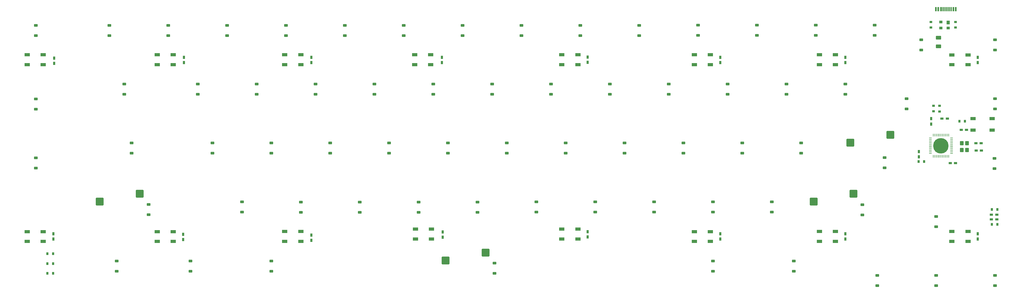
<source format=gbr>
%TF.GenerationSoftware,KiCad,Pcbnew,9.0.2*%
%TF.CreationDate,2025-09-10T16:53:27+09:00*%
%TF.ProjectId,CL70_PCB,434c3730-5f50-4434-922e-6b696361645f,rev?*%
%TF.SameCoordinates,Original*%
%TF.FileFunction,Paste,Bot*%
%TF.FilePolarity,Positive*%
%FSLAX46Y46*%
G04 Gerber Fmt 4.6, Leading zero omitted, Abs format (unit mm)*
G04 Created by KiCad (PCBNEW 9.0.2) date 2025-09-10 16:53:27*
%MOMM*%
%LPD*%
G01*
G04 APERTURE LIST*
G04 Aperture macros list*
%AMRoundRect*
0 Rectangle with rounded corners*
0 $1 Rounding radius*
0 $2 $3 $4 $5 $6 $7 $8 $9 X,Y pos of 4 corners*
0 Add a 4 corners polygon primitive as box body*
4,1,4,$2,$3,$4,$5,$6,$7,$8,$9,$2,$3,0*
0 Add four circle primitives for the rounded corners*
1,1,$1+$1,$2,$3*
1,1,$1+$1,$4,$5*
1,1,$1+$1,$6,$7*
1,1,$1+$1,$8,$9*
0 Add four rect primitives between the rounded corners*
20,1,$1+$1,$2,$3,$4,$5,0*
20,1,$1+$1,$4,$5,$6,$7,0*
20,1,$1+$1,$6,$7,$8,$9,0*
20,1,$1+$1,$8,$9,$2,$3,0*%
G04 Aperture macros list end*
%ADD10RoundRect,0.250000X-1.025000X-1.000000X1.025000X-1.000000X1.025000X1.000000X-1.025000X1.000000X0*%
%ADD11R,1.000000X0.750000*%
%ADD12R,1.800000X1.000000*%
%ADD13RoundRect,0.225000X0.375000X-0.225000X0.375000X0.225000X-0.375000X0.225000X-0.375000X-0.225000X0*%
%ADD14R,0.750000X1.000000*%
%ADD15R,0.900000X0.800000*%
%ADD16R,1.000000X1.200000*%
%ADD17R,1.000000X0.900000*%
%ADD18R,1.800000X1.100000*%
%ADD19R,0.800000X0.900000*%
%ADD20RoundRect,0.250000X0.350000X-0.450000X0.350000X0.450000X-0.350000X0.450000X-0.350000X-0.450000X0*%
%ADD21R,0.600000X1.450000*%
%ADD22R,0.300000X1.450000*%
%ADD23C,5.000000*%
%ADD24O,0.250000X1.000000*%
%ADD25O,1.000000X0.250000*%
%ADD26RoundRect,0.250000X0.625000X-0.375000X0.625000X0.375000X-0.625000X0.375000X-0.625000X-0.375000X0*%
G04 APERTURE END LIST*
D10*
%TO.C,S64*%
X188177500Y-184785000D03*
X201104500Y-182245000D03*
%TD*%
%TO.C,S47*%
X319146250Y-146685000D03*
X332073250Y-144145000D03*
%TD*%
%TO.C,S59*%
X307240000Y-165735000D03*
X320167000Y-163195000D03*
%TD*%
%TO.C,S48*%
X76258750Y-165735000D03*
X89185750Y-163195000D03*
%TD*%
D11*
%TO.C,C6*%
X353200000Y-153250000D03*
X351500000Y-153250000D03*
%TD*%
D12*
%TO.C,RGB7*%
X94812500Y-121443750D03*
X94812500Y-118243750D03*
X100012500Y-118243750D03*
X100012500Y-121443750D03*
%TD*%
D13*
%TO.C,D8*%
X193675000Y-112043750D03*
X193675000Y-108743750D03*
%TD*%
D12*
%TO.C,RGB16*%
X357187500Y-175337500D03*
X357187500Y-178537500D03*
X351987500Y-178537500D03*
X351987500Y-175337500D03*
%TD*%
%TO.C,RGB14*%
X273843750Y-175418750D03*
X273843750Y-178618750D03*
X268643750Y-178618750D03*
X268643750Y-175418750D03*
%TD*%
D14*
%TO.C,CRGB14*%
X277018750Y-176100000D03*
X277018750Y-177800000D03*
%TD*%
D13*
%TO.C,D58*%
X293687500Y-169068750D03*
X293687500Y-165768750D03*
%TD*%
%TO.C,D49*%
X122237500Y-169068750D03*
X122237500Y-165768750D03*
%TD*%
%TO.C,D60*%
X346868750Y-173831250D03*
X346868750Y-170531250D03*
%TD*%
D11*
%TO.C,C1*%
X350500000Y-138906250D03*
X348800000Y-138906250D03*
%TD*%
D13*
%TO.C,D55*%
X236537500Y-169068750D03*
X236537500Y-165768750D03*
%TD*%
%TO.C,D70*%
X365750000Y-155050000D03*
X365750000Y-151750000D03*
%TD*%
D12*
%TO.C,RGB6*%
X136087500Y-121443750D03*
X136087500Y-118243750D03*
X141287500Y-118243750D03*
X141287500Y-121443750D03*
%TD*%
D13*
%TO.C,D57*%
X274637500Y-169068750D03*
X274637500Y-165768750D03*
%TD*%
%TO.C,D14*%
X307975000Y-111981250D03*
X307975000Y-108681250D03*
%TD*%
%TO.C,D7*%
X174625000Y-112043750D03*
X174625000Y-108743750D03*
%TD*%
D11*
%TO.C,C9*%
X364800000Y-169900000D03*
X366500000Y-169900000D03*
%TD*%
D12*
%TO.C,RGB8*%
X52750000Y-121450000D03*
X52750000Y-118250000D03*
X57950000Y-118250000D03*
X57950000Y-121450000D03*
%TD*%
D13*
%TO.C,D47*%
X330200000Y-154781250D03*
X330200000Y-151481250D03*
%TD*%
%TO.C,D4*%
X117475000Y-112043750D03*
X117475000Y-108743750D03*
%TD*%
D14*
%TO.C,CRGB15*%
X317500000Y-176100000D03*
X317500000Y-177800000D03*
%TD*%
D15*
%TO.C,RC1*%
X346075000Y-136525000D03*
X346075000Y-134725000D03*
%TD*%
D14*
%TO.C,CRGB2*%
X317500000Y-120762500D03*
X317500000Y-119062500D03*
%TD*%
D13*
%TO.C,D27*%
X241300000Y-130968750D03*
X241300000Y-127668750D03*
%TD*%
%TO.C,D26*%
X222250000Y-130968750D03*
X222250000Y-127668750D03*
%TD*%
D15*
%TO.C,RC2*%
X348000000Y-134750000D03*
X348000000Y-136550000D03*
%TD*%
D13*
%TO.C,D20*%
X107950000Y-130968750D03*
X107950000Y-127668750D03*
%TD*%
D16*
%TO.C,U2*%
X350756250Y-107837500D03*
D17*
X350756250Y-109537500D03*
X348456250Y-109537500D03*
X348456250Y-107637500D03*
%TD*%
D11*
%TO.C,C8*%
X366500000Y-171500000D03*
X364800000Y-171500000D03*
%TD*%
D14*
%TO.C,CRGB9*%
X61250000Y-176100000D03*
X61250000Y-177800000D03*
%TD*%
%TO.C,CRGB11*%
X144750000Y-176550000D03*
X144750000Y-178250000D03*
%TD*%
D13*
%TO.C,D5*%
X136525000Y-112043750D03*
X136525000Y-108743750D03*
%TD*%
D14*
%TO.C,CRGB16*%
X360362500Y-176100000D03*
X360362500Y-177800000D03*
%TD*%
D13*
%TO.C,D37*%
X131762500Y-150018750D03*
X131762500Y-146718750D03*
%TD*%
%TO.C,D51*%
X160337500Y-169193750D03*
X160337500Y-165893750D03*
%TD*%
D14*
%TO.C,C4*%
X345281250Y-138906250D03*
X345281250Y-140606250D03*
%TD*%
D13*
%TO.C,D6*%
X155575000Y-112043750D03*
X155575000Y-108743750D03*
%TD*%
%TO.C,D62*%
X105568750Y-188243750D03*
X105568750Y-184943750D03*
%TD*%
%TO.C,D18*%
X55562500Y-135856250D03*
X55562500Y-132556250D03*
%TD*%
D12*
%TO.C,RGB13*%
X230981250Y-174600000D03*
X230981250Y-177800000D03*
X225781250Y-177800000D03*
X225781250Y-174600000D03*
%TD*%
D11*
%TO.C,C3*%
X359800000Y-146843750D03*
X361500000Y-146843750D03*
%TD*%
D13*
%TO.C,D13*%
X288925000Y-111981250D03*
X288925000Y-108681250D03*
%TD*%
D14*
%TO.C,CRGB4*%
X234156250Y-120650000D03*
X234156250Y-118950000D03*
%TD*%
D18*
%TO.C,SW1*%
X365050000Y-138906250D03*
X358850000Y-142606250D03*
X365050000Y-142606250D03*
X358850000Y-138906250D03*
%TD*%
D13*
%TO.C,D50*%
X141287500Y-169193750D03*
X141287500Y-165893750D03*
%TD*%
%TO.C,D43*%
X246062500Y-150081250D03*
X246062500Y-146781250D03*
%TD*%
%TO.C,D59*%
X323056250Y-169987500D03*
X323056250Y-166687500D03*
%TD*%
D11*
%TO.C,C7*%
X356750000Y-142500000D03*
X355050000Y-142500000D03*
%TD*%
D13*
%TO.C,D41*%
X207962500Y-150081250D03*
X207962500Y-146781250D03*
%TD*%
D12*
%TO.C,RGB12*%
X183575000Y-174600000D03*
X183575000Y-177800000D03*
X178375000Y-177800000D03*
X178375000Y-174600000D03*
%TD*%
D13*
%TO.C,D39*%
X169862500Y-150018750D03*
X169862500Y-146718750D03*
%TD*%
D12*
%TO.C,RGB4*%
X225781250Y-121443750D03*
X225781250Y-118243750D03*
X230981250Y-118243750D03*
X230981250Y-121443750D03*
%TD*%
%TO.C,RGB2*%
X309125000Y-121443750D03*
X309125000Y-118243750D03*
X314325000Y-118243750D03*
X314325000Y-121443750D03*
%TD*%
D19*
%TO.C,RC8*%
X343000000Y-152750000D03*
X341200000Y-152750000D03*
%TD*%
D13*
%TO.C,D30*%
X298450000Y-131031250D03*
X298450000Y-127731250D03*
%TD*%
%TO.C,D54*%
X217487500Y-169068750D03*
X217487500Y-165768750D03*
%TD*%
%TO.C,D24*%
X184150000Y-130968750D03*
X184150000Y-127668750D03*
%TD*%
%TO.C,D36*%
X112712500Y-150018750D03*
X112712500Y-146718750D03*
%TD*%
D15*
%TO.C,RC7*%
X353137500Y-109425000D03*
X353137500Y-107625000D03*
%TD*%
D13*
%TO.C,D9*%
X212725000Y-112043750D03*
X212725000Y-108743750D03*
%TD*%
%TO.C,D38*%
X150812500Y-150081250D03*
X150812500Y-146781250D03*
%TD*%
%TO.C,D31*%
X317500000Y-130968750D03*
X317500000Y-127668750D03*
%TD*%
D12*
%TO.C,RGB1*%
X351987500Y-121468750D03*
X351987500Y-118268750D03*
X357187500Y-118268750D03*
X357187500Y-121468750D03*
%TD*%
D19*
%TO.C,RLED1*%
X61118750Y-182562500D03*
X59318750Y-182562500D03*
%TD*%
%TO.C,RLED2*%
X61118750Y-185737500D03*
X59318750Y-185737500D03*
%TD*%
D12*
%TO.C,RGB5*%
X178156250Y-121443750D03*
X178156250Y-118243750D03*
X183356250Y-118243750D03*
X183356250Y-121443750D03*
%TD*%
D11*
%TO.C,C2*%
X359843750Y-149225000D03*
X361543750Y-149225000D03*
%TD*%
D13*
%TO.C,D32*%
X337343750Y-135731250D03*
X337343750Y-132431250D03*
%TD*%
%TO.C,D21*%
X127000000Y-130968750D03*
X127000000Y-127668750D03*
%TD*%
%TO.C,D22*%
X146050000Y-130968750D03*
X146050000Y-127668750D03*
%TD*%
%TO.C,D40*%
X188912500Y-150018750D03*
X188912500Y-146718750D03*
%TD*%
D20*
%TO.C,Y1*%
X355193750Y-149043750D03*
X355193750Y-146843750D03*
X356893750Y-146843750D03*
X356893750Y-149043750D03*
%TD*%
D12*
%TO.C,RGB10*%
X100012500Y-175418750D03*
X100012500Y-178618750D03*
X94812500Y-178618750D03*
X94812500Y-175418750D03*
%TD*%
D13*
%TO.C,D53*%
X198437500Y-169193750D03*
X198437500Y-165893750D03*
%TD*%
D12*
%TO.C,RGB3*%
X268643750Y-121443750D03*
X268643750Y-118243750D03*
X273843750Y-118243750D03*
X273843750Y-121443750D03*
%TD*%
D13*
%TO.C,D34*%
X55562500Y-154843750D03*
X55562500Y-151543750D03*
%TD*%
%TO.C,D52*%
X179387500Y-169193750D03*
X179387500Y-165893750D03*
%TD*%
D19*
%TO.C,RC5*%
X364912500Y-168275000D03*
X366712500Y-168275000D03*
%TD*%
D21*
%TO.C,USB1*%
X346825000Y-103500000D03*
X347600000Y-103500000D03*
D22*
X348300000Y-103500000D03*
X348800000Y-103500000D03*
X349300000Y-103500000D03*
X349800000Y-103500000D03*
X350300000Y-103500000D03*
X350800000Y-103500000D03*
X351300000Y-103500000D03*
X351800000Y-103500000D03*
D21*
X352500000Y-103500000D03*
X353275000Y-103500000D03*
%TD*%
D13*
%TO.C,D15*%
X327025000Y-111918750D03*
X327025000Y-108618750D03*
%TD*%
D14*
%TO.C,CRGB6*%
X144750000Y-120750000D03*
X144750000Y-119050000D03*
%TD*%
D13*
%TO.C,D44*%
X265112500Y-150018750D03*
X265112500Y-146718750D03*
%TD*%
%TO.C,D19*%
X84137500Y-131031250D03*
X84137500Y-127731250D03*
%TD*%
D14*
%TO.C,CRGB5*%
X187000000Y-120750000D03*
X187000000Y-119050000D03*
%TD*%
D12*
%TO.C,RGB15*%
X314325000Y-175393750D03*
X314325000Y-178593750D03*
X309125000Y-178593750D03*
X309125000Y-175393750D03*
%TD*%
D13*
%TO.C,D12*%
X269875000Y-111981250D03*
X269875000Y-108681250D03*
%TD*%
%TO.C,D69*%
X365918750Y-192881250D03*
X365918750Y-189581250D03*
%TD*%
D14*
%TO.C,CRGB10*%
X103250000Y-176250000D03*
X103250000Y-177950000D03*
%TD*%
D13*
%TO.C,D64*%
X203993750Y-188912500D03*
X203993750Y-185612500D03*
%TD*%
D19*
%TO.C,RC3*%
X354450000Y-139750000D03*
X356250000Y-139750000D03*
%TD*%
%TO.C,RLED3*%
X61118750Y-188912500D03*
X59318750Y-188912500D03*
%TD*%
D14*
%TO.C,CRGB7*%
X103500000Y-120750000D03*
X103500000Y-119050000D03*
%TD*%
D13*
%TO.C,D68*%
X346868750Y-192881250D03*
X346868750Y-189581250D03*
%TD*%
%TO.C,D3*%
X98425000Y-112043750D03*
X98425000Y-108743750D03*
%TD*%
D12*
%TO.C,RGB11*%
X141287500Y-175393750D03*
X141287500Y-178593750D03*
X136087500Y-178593750D03*
X136087500Y-175393750D03*
%TD*%
D13*
%TO.C,D48*%
X92075000Y-169925000D03*
X92075000Y-166625000D03*
%TD*%
%TO.C,D17*%
X365918750Y-116681250D03*
X365918750Y-113381250D03*
%TD*%
%TO.C,D25*%
X203200000Y-130968750D03*
X203200000Y-127668750D03*
%TD*%
%TO.C,D46*%
X303212500Y-150018750D03*
X303212500Y-146718750D03*
%TD*%
%TO.C,D66*%
X300831250Y-188243750D03*
X300831250Y-184943750D03*
%TD*%
%TO.C,D1*%
X55562500Y-112043750D03*
X55562500Y-108743750D03*
%TD*%
%TO.C,D2*%
X79375000Y-112043750D03*
X79375000Y-108743750D03*
%TD*%
D12*
%TO.C,RGB9*%
X57943750Y-175418750D03*
X57943750Y-178618750D03*
X52743750Y-178618750D03*
X52743750Y-175418750D03*
%TD*%
D13*
%TO.C,D11*%
X250825000Y-112043750D03*
X250825000Y-108743750D03*
%TD*%
%TO.C,D61*%
X81756250Y-188243750D03*
X81756250Y-184943750D03*
%TD*%
%TO.C,D33*%
X365918750Y-135731250D03*
X365918750Y-132431250D03*
%TD*%
%TO.C,D56*%
X255587500Y-169068750D03*
X255587500Y-165768750D03*
%TD*%
%TO.C,D28*%
X260350000Y-130968750D03*
X260350000Y-127668750D03*
%TD*%
D14*
%TO.C,CRGB3*%
X277018750Y-120762500D03*
X277018750Y-119062500D03*
%TD*%
%TO.C,CRGB13*%
X234156250Y-175418750D03*
X234156250Y-177118750D03*
%TD*%
D13*
%TO.C,D67*%
X327818750Y-192881250D03*
X327818750Y-189581250D03*
%TD*%
D14*
%TO.C,C5*%
X341312500Y-149550000D03*
X341312500Y-151250000D03*
%TD*%
D13*
%TO.C,D23*%
X165100000Y-130968750D03*
X165100000Y-127668750D03*
%TD*%
%TO.C,D16*%
X342106250Y-116681250D03*
X342106250Y-113381250D03*
%TD*%
%TO.C,D10*%
X231775000Y-112043750D03*
X231775000Y-108743750D03*
%TD*%
%TO.C,D65*%
X274637500Y-188243750D03*
X274637500Y-184943750D03*
%TD*%
D15*
%TO.C,RC6*%
X345200000Y-109425000D03*
X345200000Y-107625000D03*
%TD*%
D13*
%TO.C,D42*%
X227012500Y-150018750D03*
X227012500Y-146718750D03*
%TD*%
%TO.C,D29*%
X279400000Y-130968750D03*
X279400000Y-127668750D03*
%TD*%
D14*
%TO.C,CRGB12*%
X187250000Y-175500000D03*
X187250000Y-177200000D03*
%TD*%
D13*
%TO.C,D63*%
X131762500Y-188243750D03*
X131762500Y-184943750D03*
%TD*%
D14*
%TO.C,CRGB1*%
X360362500Y-120762500D03*
X360362500Y-119062500D03*
%TD*%
D19*
%TO.C,RC4*%
X364912500Y-173100000D03*
X366712500Y-173100000D03*
%TD*%
D13*
%TO.C,D35*%
X86518750Y-150018750D03*
X86518750Y-146718750D03*
%TD*%
D14*
%TO.C,CRGB8*%
X61500000Y-121000000D03*
X61500000Y-119300000D03*
%TD*%
D23*
%TO.C,U1*%
X348456250Y-147637500D03*
D24*
X345956250Y-144237500D03*
X346456250Y-144237500D03*
X346956250Y-144237500D03*
X347456250Y-144237500D03*
X347956250Y-144237500D03*
X348456250Y-144237500D03*
X348956250Y-144237500D03*
X349456250Y-144237500D03*
X349956250Y-144237500D03*
X350456250Y-144237500D03*
X350956250Y-144237500D03*
D25*
X351856250Y-145137500D03*
X351856250Y-145637500D03*
X351856250Y-146137500D03*
X351856250Y-146637500D03*
X351856250Y-147137500D03*
X351856250Y-147637500D03*
X351856250Y-148137500D03*
X351856250Y-148637500D03*
X351856250Y-149137500D03*
X351856250Y-149637500D03*
X351856250Y-150137500D03*
D24*
X350956250Y-151037500D03*
X350456250Y-151037500D03*
X349956250Y-151037500D03*
X349456250Y-151037500D03*
X348956250Y-151037500D03*
X348456250Y-151037500D03*
X347956250Y-151037500D03*
X347456250Y-151037500D03*
X346956250Y-151037500D03*
X346456250Y-151037500D03*
X345956250Y-151037500D03*
D25*
X345056250Y-150137500D03*
X345056250Y-149637500D03*
X345056250Y-149137500D03*
X345056250Y-148637500D03*
X345056250Y-148137500D03*
X345056250Y-147637500D03*
X345056250Y-147137500D03*
X345056250Y-146637500D03*
X345056250Y-146137500D03*
X345056250Y-145637500D03*
X345056250Y-145137500D03*
%TD*%
D13*
%TO.C,D45*%
X284162500Y-150081250D03*
X284162500Y-146781250D03*
%TD*%
D26*
%TO.C,F1*%
X347662500Y-115512500D03*
X347662500Y-112712500D03*
%TD*%
M02*

</source>
